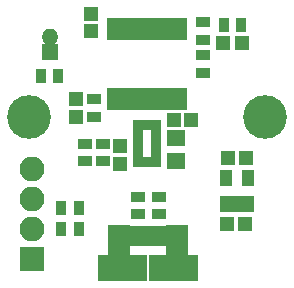
<source format=gbr>
G04 #@! TF.GenerationSoftware,KiCad,Pcbnew,(2017-08-19 revision a20cce075)-master*
G04 #@! TF.CreationDate,2017-08-26T17:51:18+03:00*
G04 #@! TF.ProjectId,distance-sensor-vl53l0x,64697374616E63652D73656E736F722D,rev?*
G04 #@! TF.SameCoordinates,Original*
G04 #@! TF.FileFunction,Soldermask,Top*
G04 #@! TF.FilePolarity,Negative*
%FSLAX46Y46*%
G04 Gerber Fmt 4.6, Leading zero omitted, Abs format (unit mm)*
G04 Created by KiCad (PCBNEW (2017-08-19 revision a20cce075)-master) date Sat Aug 26 17:51:18 2017*
%MOMM*%
%LPD*%
G01*
G04 APERTURE LIST*
%ADD10R,1.200000X1.150000*%
%ADD11C,3.700000*%
%ADD12R,1.150000X1.200000*%
%ADD13R,1.650000X1.400000*%
%ADD14R,1.200000X1.200000*%
%ADD15R,1.400000X1.400000*%
%ADD16O,1.400000X1.400000*%
%ADD17R,0.850000X1.780000*%
%ADD18R,1.875000X2.500000*%
%ADD19R,2.775000X2.300000*%
%ADD20R,1.575000X2.300000*%
%ADD21R,0.900000X1.300000*%
%ADD22R,1.300000X0.900000*%
%ADD23R,0.850000X1.850000*%
%ADD24R,1.050000X1.460000*%
%ADD25R,0.900000X0.900000*%
%ADD26R,2.100000X2.100000*%
%ADD27O,2.100000X2.100000*%
G04 APERTURE END LIST*
D10*
X112800000Y-108800000D03*
X114300000Y-108800000D03*
D11*
X116000000Y-99750000D03*
X96000000Y-99750000D03*
D12*
X100000000Y-99750000D03*
X100000000Y-98250000D03*
X101250000Y-92500000D03*
X101250000Y-91000000D03*
D10*
X108250000Y-100000000D03*
X109750000Y-100000000D03*
X112850000Y-103250000D03*
X114350000Y-103250000D03*
D12*
X103750000Y-102250000D03*
X103750000Y-103750000D03*
D13*
X108500000Y-101500000D03*
X108500000Y-103500000D03*
D14*
X112450000Y-93500000D03*
X114050000Y-93500000D03*
D15*
X97750000Y-94250000D03*
D16*
X97750000Y-92980000D03*
D17*
X104790000Y-109840000D03*
X105440000Y-109840000D03*
X106090000Y-109840000D03*
X106740000Y-109840000D03*
X107390000Y-109840000D03*
D18*
X103627500Y-110200000D03*
X108552500Y-110200000D03*
D19*
X103180000Y-112500000D03*
X109000000Y-112500000D03*
D20*
X105250000Y-112500000D03*
X106930000Y-112500000D03*
D21*
X97000000Y-96266000D03*
X98500000Y-96266000D03*
D22*
X101500000Y-98250000D03*
X101500000Y-99750000D03*
X107000000Y-106500000D03*
X107000000Y-108000000D03*
X105250000Y-106500000D03*
X105250000Y-108000000D03*
D21*
X114000000Y-92000000D03*
X112500000Y-92000000D03*
D22*
X110750000Y-96000000D03*
X110750000Y-94500000D03*
X110750000Y-93250000D03*
X110750000Y-91750000D03*
X100750000Y-103500000D03*
X100750000Y-102000000D03*
X102250000Y-103500000D03*
X102250000Y-102000000D03*
D23*
X103075000Y-98200000D03*
X103725000Y-98200000D03*
X104375000Y-98200000D03*
X105025000Y-98200000D03*
X105675000Y-98200000D03*
X106325000Y-98200000D03*
X106975000Y-98200000D03*
X107625000Y-98200000D03*
X108275000Y-98200000D03*
X108925000Y-98200000D03*
X108925000Y-92300000D03*
X108275000Y-92300000D03*
X107625000Y-92300000D03*
X106975000Y-92300000D03*
X106325000Y-92300000D03*
X105675000Y-92300000D03*
X105025000Y-92300000D03*
X104375000Y-92300000D03*
X103725000Y-92300000D03*
X103075000Y-92300000D03*
D24*
X112650000Y-107100000D03*
X113600000Y-107100000D03*
X114550000Y-107100000D03*
X114550000Y-104900000D03*
X112650000Y-104900000D03*
D25*
X106800000Y-100400000D03*
X106800000Y-101200000D03*
X106800000Y-102000000D03*
X106800000Y-103600000D03*
X106800000Y-102800000D03*
X106000000Y-103600000D03*
X105200000Y-100400000D03*
X105200000Y-101200000D03*
X105200000Y-102000000D03*
X105200000Y-102800000D03*
X105200000Y-103600000D03*
X106000000Y-100400000D03*
D26*
X96250000Y-111790000D03*
D27*
X96250000Y-109250000D03*
X96250000Y-106710000D03*
X96250000Y-104170000D03*
D21*
X100250000Y-107500000D03*
X98750000Y-107500000D03*
X100250000Y-109250000D03*
X98750000Y-109250000D03*
M02*

</source>
